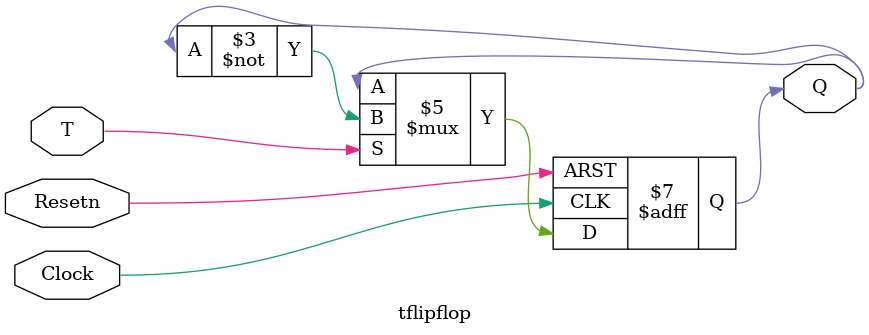
<source format=v>
`timescale 1ns / 1ns // `timescale time_unit/time_precision

module part1(Clock, Enable, Clear_b, CounterValue);
	input Clock, Enable, Clear_b;
	output [7:0] CounterValue;
	
	tflipflop Q0(Clock, Enable, Clear_b, CounterValue[0]);
	tflipflop Q1(Clock, (Enable && CounterValue[0]), Clear_b, CounterValue[1]);
	tflipflop Q2(Clock, (Enable && &CounterValue[1:0]), Clear_b, CounterValue[2]);
	tflipflop Q3(Clock, (Enable && &CounterValue[2:0]), Clear_b, CounterValue[3]);
	tflipflop Q4(Clock, (Enable && &CounterValue[3:0]), Clear_b, CounterValue[4]);
	tflipflop Q5(Clock, (Enable && &CounterValue[4:0]), Clear_b, CounterValue[5]);
	tflipflop Q6(Clock, (Enable && &CounterValue[5:0]), Clear_b, CounterValue[6]);
	tflipflop Q7(Clock, (Enable && &CounterValue[6:0]), Clear_b, CounterValue[7]);
endmodule

module tflipflop(Clock, T, Resetn, Q);
	input Clock, T, Resetn;
	output reg Q;
	
	always@(negedge Resetn, posedge Clock)
		begin
			if (!Resetn)
				Q <= 0;
			else
				begin
					if (T)
						Q <= ~Q;
					else
						Q <= Q;
				end
		end
endmodule
</source>
